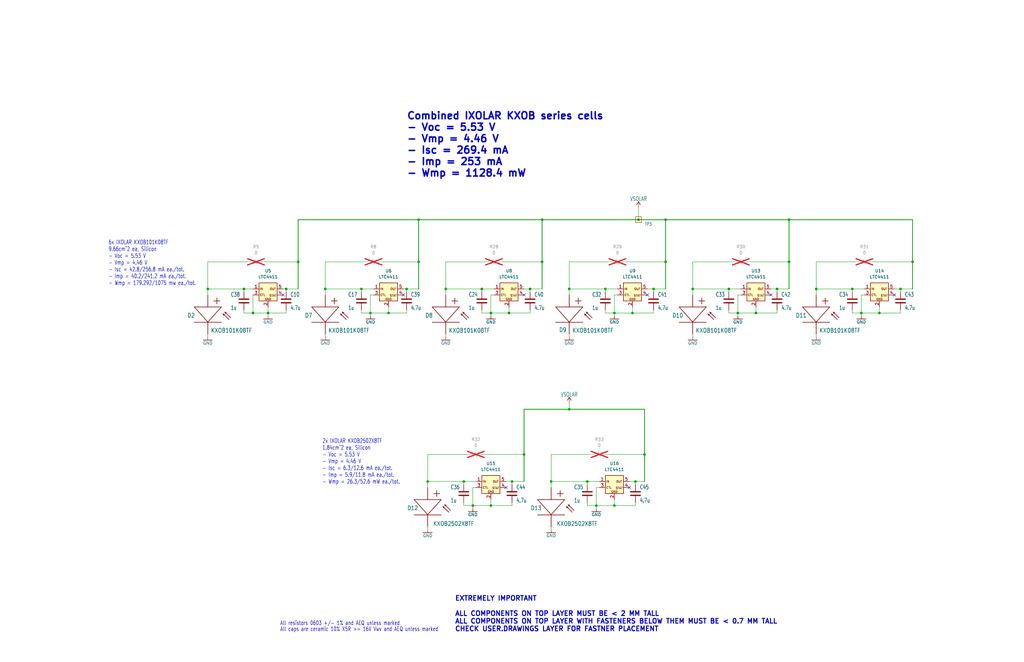
<source format=kicad_sch>
(kicad_sch (version 20250114) (generator "eeschema") (generator_version "9.0")
  (paper "USLedger")
  (title_block (title "OreSat Solar Module - Silicon Cells") (date "2025-09-16") (rev "1.1"))
  (lib_symbols
    (symbol "Device:C" (pin_numbers (hide yes)) (pin_names (offset 0.254))
      (property "Reference" "C" (at 0.635 2.54 0))
      (property "Value" "C" (at 0.635 -2.54 0))
      (symbol "C_0_1"
        (polyline (pts (xy -2.032 0.762) (xy 2.032 0.762)) (stroke (width 0.508)))
        (polyline (pts (xy -2.032 -0.762) (xy 2.032 -0.762)) (stroke (width 0.508)))
      )
      (symbol "C_1_1"
        (pin passive line (at 0 3.81 270) (length 2.794) (name "~") (number "1"))
        (pin passive line (at 0 -3.81 90) (length 2.794) (name "~") (number "2"))
      )
    )
    (symbol "Device:R_US" (pin_numbers (hide yes)) (pin_names (offset 0))
      (property "Reference" "R" (at 2.54 0 90))
      (property "Value" "R_US" (at -2.54 0 90))
      (symbol "R_US_0_1"
        (polyline (pts (xy 0 2.286) (xy 0 2.54)))
        (polyline (pts (xy 0 2.286) (xy 1.016 1.905) (xy 0 1.524) (xy -1.016 1.143) (xy 0 0.762)))
        (polyline (pts (xy 0 0.762) (xy 1.016 0.381) (xy 0 0) (xy -1.016 -0.381) (xy 0 -0.762)))
        (polyline (pts (xy 0 -0.762) (xy 1.016 -1.143) (xy 0 -1.524) (xy -1.016 -1.905) (xy 0 -2.286)))
        (polyline (pts (xy 0 -2.286) (xy 0 -2.54)))
      )
      (symbol "R_US_1_1"
        (pin passive line (at 0 3.81 270) (length 1.27) (name "~") (number "1"))
        (pin passive line (at 0 -3.81 90) (length 1.27) (name "~") (number "2"))
      )
    )
    (symbol "oresat-diodes:LTC4411"
      (property "Reference" "U" (at 0 7.874 0))
      (property "Value" "LTC4411" (at 0 5.334 0))
      (symbol "LTC4411_1_1"
        (rectangle (start -3.81 3.81) (end 3.81 -3.81) (stroke (width 0.25)) (fill (type background)))
        (text "IN" (at -2.794 1.27 0) (effects (font (size 0.8636 0.8636))))
        (text "CTL" (at -2.286 -1.27 0) (effects (font (size 0.8636 0.8636))))
        (text "GND" (at 0 -3.048 0) (effects (font (size 0.8636 0.8636))))
        (text "OUT" (at 2.032 1.27 0) (effects (font (size 0.8636 0.8636))))
        (text "STAT\n" (at 2.032 -1.524 0) (effects (font (size 0.8636 0.8636))))
        (pin power_in line (at -6.35 1.27 0) (length 2.54) (name "") (number "1"))
        (pin input line (at -6.35 -1.27 0) (length 2.54) (name "") (number "3"))
        (pin power_in line (at 0 -6.35 90) (length 2.54) (name "") (number "2"))
        (pin power_out line (at 6.35 1.27 180) (length 2.54) (name "") (number "5"))
        (pin output line (at 6.35 -1.27 180) (length 2.54) (name "") (number "4"))
      )
    )
    (symbol "oresat-misc:IXOLAR-KXOB101K08TF"
      (property "Reference" "D2" (at -8.636 -1.016 0))
      (property "Value" "KXOB101K08TF" (at 1.27 -7.366 0))
      (symbol "IXOLAR-KXOB101K08TF_1_0"
        (polyline (pts (xy -5.715 2.54) (xy 0 -3.81)) (stroke (width 0.254)))
        (polyline (pts (xy 0 2.54) (xy -5.715 2.54)) (stroke (width 0.254)))
        (polyline (pts (xy 0 2.54) (xy 0 7.62)) (stroke (width 0.254)))
        (polyline (pts (xy 0 -3.81) (xy 5.715 2.54)) (stroke (width 0.254)))
        (polyline (pts (xy 0 -6.35) (xy 0 -3.81)) (stroke (width 0.254)))
        (polyline (pts (xy 0 -8.89) (xy 0 -6.35)) (stroke (width 0.254)))
        (polyline (pts (xy 2.54 5.08) (xy 3.81 5.08)) (stroke (width 0.254)))
        (polyline (pts (xy 3.81 5.08) (xy 3.81 6.35)) (stroke (width 0.254)))
        (polyline (pts (xy 3.81 5.08) (xy 3.81 3.81)) (stroke (width 0.254)))
        (polyline (pts (xy 5.08 5.08) (xy 3.81 5.08)) (stroke (width 0.254)))
        (polyline (pts (xy 5.715 2.54) (xy 0 2.54)) (stroke (width 0.254)))
        (polyline (pts (xy 5.715 -3.937) (xy -5.715 -3.937)) (stroke (width 0.254)))
        (polyline (pts (xy 6.604 -0.508) (xy 8.89 -2.794)) (stroke (width 0.254)))
        (polyline (pts (xy 7.112 -0.508) (xy 6.604 -1.016) (xy 6.35 -0.254)) (stroke (width 0.1524)) (fill (type outline)))
        (polyline (pts (xy 7.366 0.254) (xy 9.652 -2.032)) (stroke (width 0.254)))
        (polyline (pts (xy 7.874 0.254) (xy 7.366 -0.254) (xy 7.112 0.508)) (stroke (width 0.1524)) (fill (type outline)))
        (pin power_out line (at 0 7.62 270) (length 0) (name "A1") (number "POS1"))
        (pin power_out line (at 0 -8.89 90) (length 0) (name "C2") (number "NEG2"))
      )
    )
    (symbol "oresat-misc:IXOLAR-KXOB2502X8TF"
      (property "Reference" "D12" (at -8.636 -1.016 0))
      (property "Value" "KXOB2502X8TF" (at 2.286 -7.62 0))
      (symbol "IXOLAR-KXOB2502X8TF_1_0"
        (polyline (pts (xy -5.715 2.54) (xy 0 -3.81)) (stroke (width 0.254)))
        (polyline (pts (xy 0 2.54) (xy -5.715 2.54)) (stroke (width 0.254)))
        (polyline (pts (xy 0 2.54) (xy 0 7.62)) (stroke (width 0.254)))
        (polyline (pts (xy 0 -3.81) (xy 5.715 2.54)) (stroke (width 0.254)))
        (polyline (pts (xy 0 -6.35) (xy 0 -3.81)) (stroke (width 0.254)))
        (polyline (pts (xy 0 -8.89) (xy 0 -6.35)) (stroke (width 0.254)))
        (polyline (pts (xy 2.54 5.08) (xy 3.81 5.08)) (stroke (width 0.254)))
        (polyline (pts (xy 3.81 5.08) (xy 3.81 6.35)) (stroke (width 0.254)))
        (polyline (pts (xy 3.81 5.08) (xy 3.81 3.81)) (stroke (width 0.254)))
        (polyline (pts (xy 5.08 5.08) (xy 3.81 5.08)) (stroke (width 0.254)))
        (polyline (pts (xy 5.715 2.54) (xy 0 2.54)) (stroke (width 0.254)))
        (polyline (pts (xy 5.715 -3.937) (xy -5.715 -3.937)) (stroke (width 0.254)))
        (polyline (pts (xy 6.604 -0.508) (xy 8.89 -2.794)) (stroke (width 0.254)))
        (polyline (pts (xy 7.112 -0.508) (xy 6.604 -1.016) (xy 6.35 -0.254)) (stroke (width 0.1524)) (fill (type outline)))
        (polyline (pts (xy 7.366 0.254) (xy 9.652 -2.032)) (stroke (width 0.254)))
        (polyline (pts (xy 7.874 0.254) (xy 7.366 -0.254) (xy 7.112 0.508)) (stroke (width 0.1524)) (fill (type outline)))
        (pin power_out line (at 0 7.62 270) (length 0) (name "A1") (number "POS1"))
        (pin power_out line (at 0 -8.89 90) (length 0) (name "C2") (number "NEG2"))
      )
    )
    (symbol "oresat-misc:Test-Point-0.75mm-th" (exclude_from_sim yes) (in_bom no)
      (property "Reference" "TP" (at 0 2.54 0))
      (symbol "Test-Point-0.75mm-th_1_0"
        (pin passive line (at 0 0 0) (length 0) (name "1") (number "1"))
      )
      (symbol "Test-Point-0.75mm-th_1_1"
        (rectangle (start -1.27 1.27) (end 1.27 -1.27) (fill (type background)))
      )
    )
    (symbol "oresat-power:GND" (power) (pin_numbers (hide yes)) (pin_names (offset 0) (hide yes))
      (property "Value" "GND" (at 0 -2.54 0))
      (symbol "GND_1_1"
        (polyline (pts (xy 0 -1.27) (xy -1.905 -1.27)) (stroke (width 0.254)))
        (polyline (pts (xy 0 -1.27) (xy 1.905 -1.27)) (stroke (width 0.254)))
        (pin power_in line (at 0 0 270) (length 1.27) (name "GND") (number "1"))
      )
    )
    (symbol "oresat-power:VSOLAR" (power)
      (property "Value" "VSOLAR" (at 0 2.794 0))
      (symbol "VSOLAR_1_0"
        (polyline (pts (xy 0 2.54) (xy -0.762 1.27)) (stroke (width 0.254)))
        (polyline (pts (xy 0.762 1.27) (xy 0 2.54)) (stroke (width 0.254)))
        (pin power_in line (at 0 0 90) (length 2.54) (name "VSOLAR") (number "1"))
      )
    )
  )
  (text "All resistors 0603 +/- 1% and AEQ unless marked" (at 118.11 264.16 0) (effects (font (size 1.778 1.27)) (justify left bottom)))
  (text "Combined IXOLAR KXOB series cells\n- Voc = 5.53 V\n- Vmp = 4.46 V\n- Isc = 269.4 mA\n- Imp = 253 mA\n- Wmp = 1128.4 mW" (at 171.45 74.93 0) (effects (font (size 3 3) (thickness 0.6) (bold yes)) (justify left bottom)))
  (text "2x IXOLAR KXOB2502X8TF\n1.84cm^2 ea, Silicon\n- Voc = 5.53 V\n- Vmp = 4.46 V\n- Isc = 6.3/12.6 mA ea./tot.\n- Imp = 5.9/11.8 mA ea./tot.\n- Wmp = 26.3/52.6 mW ea./tot." (at 135.89 204.47 0) (effects (font (size 1.778 1.27)) (justify left bottom)))
  (text "EXTREMELY IMPORTANT\n\nALL COMPONENTS ON TOP LAYER MUST BE < 2 MM TALL\nALL COMPONENTS ON TOP LAYER WITH FASTENERS BELOW THEM MUST BE < 0.7 MM TALL\nCHECK USER.DRAWINGS LAYER FOR FASTNER PLACEMENT\n" (at 191.77 266.7 0) (effects (font (size 2 2) (thickness 0.4) (bold yes)) (justify left bottom)))
  (text "6x IXOLAR KXOB101K08TF\n9.66cm^2 ea, Silicon\n- Voc = 5.53 V\n- Vmp = 4.46 V\n- Isc = 42.8/256.8 mA ea./tot.\n- Imp = 40.2/241.2 mA ea./tot.\n- Wmp = 179.292/1075 mw ea./tot." (at 45.72 120.65 0) (effects (font (size 1.778 1.27)) (justify left bottom)))
  (text "All caps are ceramic 10% X5R >= 16V Vwv and AEQ unless marked" (at 118.11 266.7 0) (effects (font (size 1.778 1.27)) (justify left bottom)))
  (junction (at 207.01 132.08))
  (junction (at 156.21 132.08))
  (junction (at 171.45 121.92))
  (junction (at 384.81 110.49))
  (junction (at 163.83 132.08))
  (junction (at 87.63 121.92))
  (junction (at 176.53 110.49))
  (junction (at 232.41 203.2))
  (junction (at 267.97 203.2))
  (junction (at 359.41 121.92))
  (junction (at 332.74 110.49))
  (junction (at 251.46 213.36))
  (junction (at 379.73 121.92))
  (junction (at 255.27 121.92))
  (junction (at 102.87 121.92))
  (junction (at 137.16 121.92))
  (junction (at 215.9 203.2))
  (junction (at 240.03 172.72))
  (junction (at 113.03 132.08))
  (junction (at 280.67 92.71))
  (junction (at 203.2 121.92))
  (junction (at 214.63 132.08))
  (junction (at 125.73 110.49))
  (junction (at 195.58 203.2))
  (junction (at 344.17 121.92))
  (junction (at 292.1 121.92))
  (junction (at 307.34 121.92))
  (junction (at 259.08 213.36))
  (junction (at 275.59 121.92))
  (junction (at 228.6 92.71))
  (junction (at 271.78 191.77))
  (junction (at 240.03 121.92))
  (junction (at 220.98 191.77))
  (junction (at 259.08 132.08))
  (junction (at 332.74 92.71))
  (junction (at 311.15 132.08))
  (junction (at 318.77 132.08))
  (junction (at 370.84 132.08))
  (junction (at 207.01 213.36))
  (junction (at 176.53 92.71))
  (junction (at 187.96 121.92))
  (junction (at 280.67 110.49))
  (junction (at 199.39 213.36))
  (junction (at 152.4 121.92))
  (junction (at 223.52 121.92))
  (junction (at 327.66 121.92))
  (junction (at 363.22 132.08))
  (junction (at 120.65 121.92))
  (junction (at 106.68 132.08))
  (junction (at 269.24 92.71))
  (junction (at 180.34 203.2))
  (junction (at 266.7 132.08))
  (junction (at 228.6 110.49))
  (junction (at 247.65 203.2))
  (no_connect (at 325.12 124.46))
  (no_connect (at 119.38 124.46))
  (no_connect (at 265.43 205.74))
  (no_connect (at 170.18 124.46))
  (no_connect (at 377.19 124.46))
  (no_connect (at 273.05 124.46))
  (no_connect (at 213.36 205.74))
  (no_connect (at 220.98 124.46))
  (wire (pts (xy 280.67 92.71) (xy 332.74 92.71)) (stroke (width 0.3048)))
  (wire (pts (xy 113.03 129.54) (xy 113.03 132.08)))
  (wire (pts (xy 223.52 121.92) (xy 228.6 121.92)))
  (wire (pts (xy 104.14 110.49) (xy 87.63 110.49)))
  (wire (pts (xy 275.59 121.92) (xy 280.67 121.92)))
  (wire (pts (xy 316.23 110.49) (xy 332.74 110.49)))
  (wire (pts (xy 265.43 203.2) (xy 267.97 203.2)))
  (wire (pts (xy 152.4 132.08) (xy 152.4 130.81)))
  (wire (pts (xy 212.09 110.49) (xy 228.6 110.49)))
  (wire (pts (xy 113.03 132.08) (xy 120.65 132.08)))
  (wire (pts (xy 247.65 213.36) (xy 251.46 213.36)))
  (wire (pts (xy 307.34 121.92) (xy 312.42 121.92)))
  (wire (pts (xy 368.3 110.49) (xy 384.81 110.49)))
  (wire (pts (xy 215.9 203.2) (xy 220.98 203.2)))
  (wire (pts (xy 318.77 129.54) (xy 318.77 132.08)))
  (wire (pts (xy 232.41 222.25) (xy 232.41 223.52)))
  (wire (pts (xy 240.03 124.46) (xy 240.03 121.92)))
  (wire (pts (xy 106.68 124.46) (xy 106.68 132.08)))
  (wire (pts (xy 163.83 132.08) (xy 163.83 129.54)))
  (wire (pts (xy 384.81 110.49) (xy 384.81 121.92)) (stroke (width 0.3048)))
  (wire (pts (xy 228.6 110.49) (xy 228.6 121.92)) (stroke (width 0.3048)))
  (wire (pts (xy 137.16 110.49) (xy 137.16 121.92)))
  (wire (pts (xy 171.45 121.92) (xy 176.53 121.92)))
  (wire (pts (xy 203.2 132.08) (xy 207.01 132.08)))
  (wire (pts (xy 379.73 121.92) (xy 384.81 121.92)))
  (wire (pts (xy 360.68 110.49) (xy 344.17 110.49)))
  (wire (pts (xy 102.87 130.81) (xy 102.87 132.08)))
  (wire (pts (xy 102.87 121.92) (xy 106.68 121.92)))
  (wire (pts (xy 156.21 124.46) (xy 156.21 132.08)))
  (wire (pts (xy 344.17 121.92) (xy 359.41 121.92)))
  (wire (pts (xy 251.46 205.74) (xy 251.46 213.36)))
  (wire (pts (xy 125.73 92.71) (xy 176.53 92.71)) (stroke (width 0.3048)))
  (wire (pts (xy 87.63 140.97) (xy 87.63 142.24)))
  (wire (pts (xy 379.73 132.08) (xy 379.73 130.81)))
  (wire (pts (xy 180.34 203.2) (xy 195.58 203.2)))
  (wire (pts (xy 171.45 121.92) (xy 171.45 123.19)))
  (wire (pts (xy 87.63 110.49) (xy 87.63 121.92)))
  (wire (pts (xy 344.17 124.46) (xy 344.17 121.92)))
  (wire (pts (xy 307.34 132.08) (xy 307.34 130.81)))
  (wire (pts (xy 266.7 132.08) (xy 275.59 132.08)))
  (wire (pts (xy 207.01 124.46) (xy 207.01 132.08)))
  (wire (pts (xy 220.98 172.72) (xy 240.03 172.72)) (stroke (width 0.3048)))
  (wire (pts (xy 111.76 110.49) (xy 125.73 110.49)))
  (wire (pts (xy 252.73 205.74) (xy 251.46 205.74)))
  (wire (pts (xy 176.53 121.92) (xy 176.53 110.49)) (stroke (width 0.3048)))
  (wire (pts (xy 106.68 132.08) (xy 113.03 132.08)))
  (wire (pts (xy 247.65 203.2) (xy 247.65 204.47)))
  (wire (pts (xy 256.54 110.49) (xy 240.03 110.49)))
  (wire (pts (xy 364.49 124.46) (xy 363.22 124.46)))
  (wire (pts (xy 207.01 132.08) (xy 214.63 132.08)))
  (wire (pts (xy 203.2 121.92) (xy 203.2 123.19)))
  (wire (pts (xy 220.98 121.92) (xy 223.52 121.92)))
  (wire (pts (xy 195.58 203.2) (xy 195.58 204.47)))
  (wire (pts (xy 232.41 205.74) (xy 232.41 203.2)))
  (wire (pts (xy 363.22 132.08) (xy 363.22 133.35)))
  (wire (pts (xy 259.08 132.08) (xy 266.7 132.08)))
  (wire (pts (xy 377.19 121.92) (xy 379.73 121.92)))
  (wire (pts (xy 156.21 132.08) (xy 163.83 132.08)))
  (wire (pts (xy 171.45 130.81) (xy 171.45 132.08)))
  (wire (pts (xy 332.74 92.71) (xy 384.81 92.71)) (stroke (width 0.3048)))
  (wire (pts (xy 307.34 132.08) (xy 311.15 132.08)))
  (wire (pts (xy 312.42 124.46) (xy 311.15 124.46)))
  (wire (pts (xy 308.61 110.49) (xy 292.1 110.49)))
  (wire (pts (xy 259.08 213.36) (xy 267.97 213.36)))
  (wire (pts (xy 203.2 121.92) (xy 208.28 121.92)))
  (wire (pts (xy 379.73 121.92) (xy 379.73 123.19)))
  (wire (pts (xy 203.2 132.08) (xy 203.2 130.81)))
  (wire (pts (xy 370.84 129.54) (xy 370.84 132.08)))
  (wire (pts (xy 187.96 121.92) (xy 203.2 121.92)))
  (wire (pts (xy 359.41 121.92) (xy 364.49 121.92)))
  (wire (pts (xy 120.65 132.08) (xy 120.65 130.81)))
  (wire (pts (xy 267.97 203.2) (xy 271.78 203.2)))
  (wire (pts (xy 223.52 121.92) (xy 223.52 123.19)))
  (wire (pts (xy 220.98 191.77) (xy 220.98 172.72)) (stroke (width 0.3048)))
  (wire (pts (xy 240.03 110.49) (xy 240.03 121.92)))
  (wire (pts (xy 199.39 213.36) (xy 199.39 214.63)))
  (wire (pts (xy 363.22 124.46) (xy 363.22 132.08)))
  (wire (pts (xy 102.87 121.92) (xy 102.87 123.19)))
  (wire (pts (xy 180.34 205.74) (xy 180.34 203.2)))
  (wire (pts (xy 102.87 132.08) (xy 106.68 132.08)))
  (wire (pts (xy 240.03 121.92) (xy 255.27 121.92)))
  (wire (pts (xy 332.74 110.49) (xy 332.74 92.71)) (stroke (width 0.3048)))
  (wire (pts (xy 269.24 92.71) (xy 269.24 87.63)) (stroke (width 0.1524)))
  (wire (pts (xy 137.16 124.46) (xy 137.16 121.92)))
  (wire (pts (xy 280.67 110.49) (xy 280.67 121.92)) (stroke (width 0.3048)))
  (wire (pts (xy 271.78 203.2) (xy 271.78 191.77)) (stroke (width 0.3048)))
  (wire (pts (xy 125.73 92.71) (xy 125.73 110.49)) (stroke (width 0.3048)))
  (wire (pts (xy 176.53 110.49) (xy 176.53 92.71)) (stroke (width 0.3048)))
  (wire (pts (xy 204.47 191.77) (xy 220.98 191.77)))
  (wire (pts (xy 232.41 203.2) (xy 247.65 203.2)))
  (wire (pts (xy 195.58 213.36) (xy 199.39 213.36)))
  (wire (pts (xy 271.78 191.77) (xy 271.78 172.72)) (stroke (width 0.3048)))
  (wire (pts (xy 280.67 92.71) (xy 280.67 110.49)) (stroke (width 0.3048)))
  (wire (pts (xy 199.39 205.74) (xy 199.39 213.36)))
  (wire (pts (xy 251.46 213.36) (xy 259.08 213.36)))
  (wire (pts (xy 344.17 140.97) (xy 344.17 142.24)))
  (wire (pts (xy 363.22 132.08) (xy 370.84 132.08)))
  (wire (pts (xy 311.15 124.46) (xy 311.15 132.08)))
  (wire (pts (xy 137.16 140.97) (xy 137.16 142.24)))
  (wire (pts (xy 152.4 121.92) (xy 152.4 123.19)))
  (wire (pts (xy 359.41 132.08) (xy 359.41 130.81)))
  (wire (pts (xy 195.58 213.36) (xy 195.58 212.09)))
  (wire (pts (xy 292.1 140.97) (xy 292.1 142.24)))
  (wire (pts (xy 87.63 121.92) (xy 102.87 121.92)))
  (wire (pts (xy 332.74 121.92) (xy 332.74 110.49)) (stroke (width 0.3048)))
  (wire (pts (xy 240.03 172.72) (xy 271.78 172.72)) (stroke (width 0.3048)))
  (wire (pts (xy 187.96 110.49) (xy 187.96 121.92)))
  (wire (pts (xy 292.1 110.49) (xy 292.1 121.92)))
  (wire (pts (xy 259.08 132.08) (xy 259.08 133.35)))
  (wire (pts (xy 215.9 203.2) (xy 215.9 204.47)))
  (wire (pts (xy 152.4 121.92) (xy 157.48 121.92)))
  (wire (pts (xy 137.16 121.92) (xy 152.4 121.92)))
  (wire (pts (xy 215.9 212.09) (xy 215.9 213.36)))
  (wire (pts (xy 120.65 123.19) (xy 120.65 121.92)))
  (wire (pts (xy 248.92 191.77) (xy 232.41 191.77)))
  (wire (pts (xy 157.48 124.46) (xy 156.21 124.46)))
  (wire (pts (xy 152.4 132.08) (xy 156.21 132.08)))
  (wire (pts (xy 275.59 132.08) (xy 275.59 130.81)))
  (wire (pts (xy 232.41 191.77) (xy 232.41 203.2)))
  (wire (pts (xy 269.24 92.71) (xy 280.67 92.71)) (stroke (width 0.3048)))
  (wire (pts (xy 247.65 213.36) (xy 247.65 212.09)))
  (wire (pts (xy 153.67 110.49) (xy 137.16 110.49)))
  (wire (pts (xy 200.66 205.74) (xy 199.39 205.74)))
  (wire (pts (xy 213.36 203.2) (xy 215.9 203.2)))
  (wire (pts (xy 223.52 132.08) (xy 223.52 130.81)))
  (wire (pts (xy 187.96 124.46) (xy 187.96 121.92)))
  (wire (pts (xy 207.01 132.08) (xy 207.01 133.35)))
  (wire (pts (xy 125.73 110.49) (xy 125.73 121.92)) (stroke (width 0.3048)))
  (wire (pts (xy 267.97 203.2) (xy 267.97 204.47)))
  (wire (pts (xy 247.65 203.2) (xy 252.73 203.2)))
  (wire (pts (xy 195.58 203.2) (xy 200.66 203.2)))
  (wire (pts (xy 259.08 124.46) (xy 259.08 132.08)))
  (wire (pts (xy 207.01 213.36) (xy 215.9 213.36)))
  (wire (pts (xy 208.28 124.46) (xy 207.01 124.46)))
  (wire (pts (xy 207.01 213.36) (xy 207.01 210.82)))
  (wire (pts (xy 220.98 203.2) (xy 220.98 191.77)) (stroke (width 0.3048)))
  (wire (pts (xy 120.65 121.92) (xy 125.73 121.92)))
  (wire (pts (xy 176.53 92.71) (xy 228.6 92.71)) (stroke (width 0.3048)))
  (wire (pts (xy 196.85 191.77) (xy 180.34 191.77)))
  (wire (pts (xy 260.35 124.46) (xy 259.08 124.46)))
  (wire (pts (xy 256.54 191.77) (xy 271.78 191.77)))
  (wire (pts (xy 311.15 132.08) (xy 311.15 133.35)))
  (wire (pts (xy 292.1 124.46) (xy 292.1 121.92)))
  (wire (pts (xy 214.63 132.08) (xy 223.52 132.08)))
  (wire (pts (xy 255.27 132.08) (xy 255.27 130.81)))
  (wire (pts (xy 384.81 92.71) (xy 384.81 110.49)) (stroke (width 0.3048)))
  (wire (pts (xy 240.03 170.18) (xy 240.03 172.72)))
  (wire (pts (xy 199.39 213.36) (xy 207.01 213.36)))
  (wire (pts (xy 273.05 121.92) (xy 275.59 121.92)))
  (wire (pts (xy 259.08 210.82) (xy 259.08 213.36)))
  (wire (pts (xy 359.41 132.08) (xy 363.22 132.08)))
  (wire (pts (xy 370.84 132.08) (xy 379.73 132.08)))
  (wire (pts (xy 255.27 132.08) (xy 259.08 132.08)))
  (wire (pts (xy 113.03 132.08) (xy 113.03 133.35)))
  (wire (pts (xy 275.59 121.92) (xy 275.59 123.19)))
  (wire (pts (xy 266.7 129.54) (xy 266.7 132.08)))
  (wire (pts (xy 255.27 121.92) (xy 260.35 121.92)))
  (wire (pts (xy 180.34 222.25) (xy 180.34 223.52)))
  (wire (pts (xy 311.15 132.08) (xy 318.77 132.08)))
  (wire (pts (xy 180.34 191.77) (xy 180.34 203.2)))
  (wire (pts (xy 240.03 140.97) (xy 240.03 142.24)))
  (wire (pts (xy 318.77 132.08) (xy 327.66 132.08)))
  (wire (pts (xy 228.6 92.71) (xy 228.6 110.49)) (stroke (width 0.3048)))
  (wire (pts (xy 307.34 121.92) (xy 307.34 123.19)))
  (wire (pts (xy 359.41 121.92) (xy 359.41 123.19)))
  (wire (pts (xy 161.29 110.49) (xy 176.53 110.49)))
  (wire (pts (xy 228.6 92.71) (xy 269.24 92.71)) (stroke (width 0.3048)))
  (wire (pts (xy 264.16 110.49) (xy 280.67 110.49)))
  (wire (pts (xy 204.47 110.49) (xy 187.96 110.49)))
  (wire (pts (xy 156.21 132.08) (xy 156.21 133.35)))
  (wire (pts (xy 344.17 110.49) (xy 344.17 121.92)))
  (wire (pts (xy 187.96 140.97) (xy 187.96 142.24)))
  (wire (pts (xy 292.1 121.92) (xy 307.34 121.92)))
  (wire (pts (xy 170.18 121.92) (xy 171.45 121.92)))
  (wire (pts (xy 327.66 121.92) (xy 332.74 121.92)))
  (wire (pts (xy 163.83 132.08) (xy 171.45 132.08)))
  (wire (pts (xy 327.66 121.92) (xy 327.66 123.19)))
  (wire (pts (xy 251.46 213.36) (xy 251.46 214.63)))
  (wire (pts (xy 119.38 121.92) (xy 120.65 121.92)))
  (wire (pts (xy 214.63 129.54) (xy 214.63 132.08)))
  (wire (pts (xy 87.63 124.46) (xy 87.63 121.92)))
  (wire (pts (xy 267.97 213.36) (xy 267.97 212.09)))
  (wire (pts (xy 327.66 132.08) (xy 327.66 130.81)))
  (wire (pts (xy 255.27 121.92) (xy 255.27 123.19)))
  (wire (pts (xy 325.12 121.92) (xy 327.66 121.92)))
  (symbol (lib_id "oresat-diodes:LTC4411") (at 266.7 123.19 0) (unit 1)
    (property "Reference" "U9" (at 266.7 114.3 0))
    (property "Value" "LTC4411" (at 266.7 116.84 0))
    (property "Footprint" "Package_TO_SOT_SMD:TSOT-23-5" (effects (hide yes)))
    (property "Datasheet" "https://www.analog.com/media/en/technical-documentation/data-sheets/4411fa.pdf" (effects (hide yes)))
    (property "Description" "2.6A Ideal Diode, SOT23-5" (effects (hide yes)))
    (property "DIS" "Digi-Key" (effects (hide yes)))
    (property "DPN" "505-LTC4411ES5#TRMPBFTR-ND" (effects (hide yes)))
    (property "MFR" "Analog Devices" (effects (hide yes)))
    (property "MPN" "LTC4411ES5#TRMPBF" (effects (hide yes)))
  )
  (symbol (lib_id "Device:C") (at 102.87 127 0) (unit 1)
    (property "Reference" "C38" (at 97.282 125.222 0) (effects (font (size 1.778 1.27)) (justify left bottom)))
    (property "Value" "1u" (at 97.282 130.81 0) (effects (font (size 1.778 1.27)) (justify left bottom)))
    (property "Footprint" "oresat-passives:0603-C-NOSILK" (effects (hide yes)))
    (property "Description" "1µF ±10% 25V Ceramic Capacitor X5R 0603 (1608 Metric)" (effects (hide yes)))
    (property "DIS" "Digi-Key" (effects (hide yes)))
    (property "DPN" "587-3473-1-ND" (effects (hide yes)))
    (property "MFR" "Taiyo Yuden" (effects (hide yes)))
    (property "MPN" "TMK107BJ105KAHT" (effects (hide yes)))
  )
  (symbol (lib_id "oresat-power:GND") (at 156.21 133.35 0) (unit 1)
    (property "Reference" "#PWR04" (effects (hide yes)))
    (property "Value" "GND" (at 156.21 135.89 0))
    (property "Description" "Power symbol creates a global label with name \"GND\" , ground" (effects (hide yes)))
  )
  (symbol (lib_id "Device:R_US") (at 364.49 110.49 90) (unit 1) (dnp yes)
    (property "Reference" "R31" (at 364.49 104.14 90))
    (property "Value" "0" (at 364.49 106.68 90))
    (property "Footprint" "oresat-passives:0603-C-NOSILK" (effects (hide yes)))
    (property "Description" "0 Ohms Jumper Chip Resistor 0603 (1608 Metric) Automotive AEC-Q200 Thick Film" (effects (hide yes)))
    (property "DPN" "P0.0GTR-ND" (effects (hide yes)))
    (property "MFR" "Panasonic" (effects (hide yes)))
    (property "MPN" "ERJ-3GEY0R00V" (effects (hide yes)))
  )
  (symbol (lib_id "oresat-power:GND") (at 199.39 214.63 0) (unit 1)
    (property "Reference" "#PWR014" (effects (hide yes)))
    (property "Value" "GND" (at 199.39 217.17 0))
    (property "Description" "Power symbol creates a global label with name \"GND\" , ground" (effects (hide yes)))
  )
  (symbol (lib_id "Device:R_US") (at 260.35 110.49 90) (unit 1) (dnp yes)
    (property "Reference" "R29" (at 260.35 104.14 90))
    (property "Value" "0" (at 260.35 106.68 90))
    (property "Footprint" "oresat-passives:0603-C-NOSILK" (effects (hide yes)))
    (property "Description" "0 Ohms Jumper Chip Resistor 0603 (1608 Metric) Automotive AEC-Q200 Thick Film" (effects (hide yes)))
    (property "DPN" "P0.0GTR-ND" (effects (hide yes)))
    (property "MFR" "Panasonic" (effects (hide yes)))
    (property "MPN" "ERJ-3GEY0R00V" (effects (hide yes)))
  )
  (symbol (lib_id "oresat-power:GND") (at 292.1 142.24 0) (unit 1)
    (property "Reference" "#PWR09" (effects (hide yes)))
    (property "Value" "GND" (at 292.1 144.78 0))
    (property "Description" "Power symbol creates a global label with name \"GND\" , ground" (effects (hide yes)))
  )
  (symbol (lib_id "oresat-diodes:LTC4411") (at 214.63 123.19 0) (unit 1)
    (property "Reference" "U8" (at 214.63 114.3 0))
    (property "Value" "LTC4411" (at 214.63 116.84 0))
    (property "Footprint" "Package_TO_SOT_SMD:TSOT-23-5" (effects (hide yes)))
    (property "Datasheet" "https://www.analog.com/media/en/technical-documentation/data-sheets/4411fa.pdf" (effects (hide yes)))
    (property "Description" "2.6A Ideal Diode, SOT23-5" (effects (hide yes)))
    (property "DIS" "Digi-Key" (effects (hide yes)))
    (property "DPN" "505-LTC4411ES5#TRMPBFTR-ND" (effects (hide yes)))
    (property "MFR" "Analog Devices" (effects (hide yes)))
    (property "MPN" "LTC4411ES5#TRMPBF" (effects (hide yes)))
  )
  (symbol (lib_id "oresat-power:VSOLAR") (at 269.24 87.63 0) (unit 1)
    (property "Reference" "#VSOLAR01" (effects (hide yes)))
    (property "Value" "VSOLAR" (at 269.24 84.836 0) (effects (font (size 1.778 1.27)) (justify bottom)))
  )
  (symbol (lib_id "Device:C") (at 255.27 127 0) (unit 1)
    (property "Reference" "C32" (at 249.682 125.222 0) (effects (font (size 1.778 1.27)) (justify left bottom)))
    (property "Value" "1u" (at 249.682 130.81 0) (effects (font (size 1.778 1.27)) (justify left bottom)))
    (property "Footprint" "oresat-passives:0603-C-NOSILK" (effects (hide yes)))
    (property "Description" "1µF ±10% 25V Ceramic Capacitor X5R 0603 (1608 Metric)" (effects (hide yes)))
    (property "DIS" "Digi-Key" (effects (hide yes)))
    (property "DPN" "587-3473-1-ND" (effects (hide yes)))
    (property "MFR" "Taiyo Yuden" (effects (hide yes)))
    (property "MPN" "TMK107BJ105KAHT" (effects (hide yes)))
  )
  (symbol (lib_id "Device:R_US") (at 200.66 191.77 90) (unit 1) (dnp yes)
    (property "Reference" "R32" (at 200.66 185.42 90))
    (property "Value" "0" (at 200.66 187.96 90))
    (property "Footprint" "oresat-passives:0603-C-NOSILK" (effects (hide yes)))
    (property "Description" "0 Ohms Jumper Chip Resistor 0603 (1608 Metric) Automotive AEC-Q200 Thick Film" (effects (hide yes)))
    (property "DPN" "P0.0GTR-ND" (effects (hide yes)))
    (property "MFR" "Panasonic" (effects (hide yes)))
    (property "MPN" "ERJ-3GEY0R00V" (effects (hide yes)))
  )
  (symbol (lib_id "Device:C") (at 152.4 127 0) (unit 1)
    (property "Reference" "C17" (at 146.812 125.222 0) (effects (font (size 1.778 1.27)) (justify left bottom)))
    (property "Value" "1u" (at 146.812 130.81 0) (effects (font (size 1.778 1.27)) (justify left bottom)))
    (property "Footprint" "oresat-passives:0603-C-NOSILK" (effects (hide yes)))
    (property "Description" "1µF ±10% 25V Ceramic Capacitor X5R 0603 (1608 Metric)" (effects (hide yes)))
    (property "DIS" "Digi-Key" (effects (hide yes)))
    (property "DPN" "587-3473-1-ND" (effects (hide yes)))
    (property "MFR" "Taiyo Yuden" (effects (hide yes)))
    (property "MPN" "TMK107BJ105KAHT" (effects (hide yes)))
  )
  (symbol (lib_id "oresat-misc:IXOLAR-KXOB101K08TF") (at 137.16 132.08 0) (unit 1)
    (property "Reference" "D7" (at 128.524 133.096 0) (effects (font (size 1.778 1.5113)) (justify left)))
    (property "Value" "KXOB101K08TF" (at 138.43 139.446 0) (effects (font (size 1.778 1.5113)) (justify left)))
    (property "Footprint" "oresat-misc:KXOB101K08TF" (effects (hide yes)))
    (property "Datasheet" "https://waf-e.dubudisk.com/anysolar.dubuplus.com/techsupport@anysolar.biz/O18Azed/DubuDisk/www/Gen3/KXOB101K08TF%20DATA%20SHEET%2020210127.pdf" (effects (hide yes)))
    (property "Description" "Monocrystalline Solar Cell 179.6 mW 5.53 V" (effects (hide yes)))
    (property "DIS" "Digi-Key" (effects (hide yes)))
    (property "DPN" "2994-KXOB101K08TF-TR-ND" (effects (hide yes)))
    (property "MFR" "Anysolar" (effects (hide yes)))
    (property "MPN" "KXOB101K08TF-TR" (effects (hide yes)))
  )
  (symbol (lib_id "Device:C") (at 307.34 127 0) (unit 1)
    (property "Reference" "C33" (at 301.752 125.222 0) (effects (font (size 1.778 1.27)) (justify left bottom)))
    (property "Value" "1u" (at 301.752 130.81 0) (effects (font (size 1.778 1.27)) (justify left bottom)))
    (property "Footprint" "oresat-passives:0603-C-NOSILK" (effects (hide yes)))
    (property "Description" "1µF ±10% 25V Ceramic Capacitor X5R 0603 (1608 Metric)" (effects (hide yes)))
    (property "DIS" "Digi-Key" (effects (hide yes)))
    (property "DPN" "587-3473-1-ND" (effects (hide yes)))
    (property "MFR" "Taiyo Yuden" (effects (hide yes)))
    (property "MPN" "TMK107BJ105KAHT" (effects (hide yes)))
  )
  (symbol (lib_id "oresat-misc:IXOLAR-KXOB101K08TF") (at 240.03 132.08 0) (unit 1)
    (property "Reference" "D9" (at 235.712 139.192 0) (effects (font (size 1.778 1.5113)) (justify left)))
    (property "Value" "KXOB101K08TF" (at 241.3 139.446 0) (effects (font (size 1.778 1.5113)) (justify left)))
    (property "Footprint" "oresat-misc:KXOB101K08TF" (effects (hide yes)))
    (property "Datasheet" "https://waf-e.dubudisk.com/anysolar.dubuplus.com/techsupport@anysolar.biz/O18Azed/DubuDisk/www/Gen3/KXOB101K08TF%20DATA%20SHEET%2020210127.pdf" (effects (hide yes)))
    (property "Description" "Monocrystalline Solar Cell 179.6 mW 5.53 V" (effects (hide yes)))
    (property "DIS" "Digi-Key" (effects (hide yes)))
    (property "DPN" "2994-KXOB101K08TF-TR-ND" (effects (hide yes)))
    (property "MFR" "Anysolar" (effects (hide yes)))
    (property "MPN" "KXOB101K08TF-TR" (effects (hide yes)))
  )
  (symbol (lib_id "oresat-power:GND") (at 180.34 223.52 0) (unit 1)
    (property "Reference" "#PWR013" (effects (hide yes)))
    (property "Value" "GND" (at 180.34 226.06 0))
    (property "Description" "Power symbol creates a global label with name \"GND\" , ground" (effects (hide yes)))
  )
  (symbol (lib_id "oresat-misc:IXOLAR-KXOB101K08TF") (at 292.1 132.08 0) (unit 1)
    (property "Reference" "D10" (at 283.464 133.096 0) (effects (font (size 1.778 1.5113)) (justify left)))
    (property "Value" "KXOB101K08TF" (at 293.37 139.446 0) (effects (font (size 1.778 1.5113)) (justify left)))
    (property "Footprint" "oresat-misc:KXOB101K08TF" (effects (hide yes)))
    (property "Datasheet" "https://waf-e.dubudisk.com/anysolar.dubuplus.com/techsupport@anysolar.biz/O18Azed/DubuDisk/www/Gen3/KXOB101K08TF%20DATA%20SHEET%2020210127.pdf" (effects (hide yes)))
    (property "Description" "Monocrystalline Solar Cell 179.6 mW 5.53 V" (effects (hide yes)))
    (property "DIS" "Digi-Key" (effects (hide yes)))
    (property "DPN" "2994-KXOB101K08TF-TR-ND" (effects (hide yes)))
    (property "MFR" "Anysolar" (effects (hide yes)))
    (property "MPN" "KXOB101K08TF-TR" (effects (hide yes)))
  )
  (symbol (lib_id "oresat-misc:IXOLAR-KXOB2502X8TF") (at 232.41 213.36 0) (unit 1)
    (property "Reference" "D13" (at 223.774 214.376 0) (effects (font (size 1.778 1.5113)) (justify left)))
    (property "Value" "KXOB2502X8TF" (at 234.696 220.98 0) (effects (font (size 1.778 1.5113)) (justify left)))
    (property "Footprint" "oresat-misc:KXOB2502X8TF" (effects (hide yes)))
    (property "Datasheet" "https://waf-e.dubudisk.com/anysolar.dubuplus.com/techsupport@anysolar.biz/O18Atf8/DubuDisk/www/Gen3/KXOB25-02X8TF%20DATA%20SHEET%20202012.pdf" (effects (hide yes)))
    (property "Description" "Monocrystalline Silicon Solar Cell 26.3 mW 5.53 V thin" (effects (hide yes)))
    (property "DIS" "Digi-Key" (effects (hide yes)))
    (property "DPN" "KXOB25-02X8TF-TR" (effects (hide yes)))
    (property "MFR" "Anysolar" (effects (hide yes)))
    (property "MPN" "KXOB25-02X8TF-TR" (effects (hide yes)))
  )
  (symbol (lib_id "Device:C") (at 267.97 208.28 0) (unit 1)
    (property "Reference" "C45" (at 269.748 206.502 0) (effects (font (size 1.778 1.27)) (justify left bottom)))
    (property "Value" "4.7u" (at 269.748 212.09 0) (effects (font (size 1.778 1.27)) (justify left bottom)))
    (property "Footprint" "oresat-passives:0603-C-NOSILK" (effects (hide yes)))
    (property "Description" "4.7µF ±10% 16V Ceramic Capacitor X5R 0603 (1608 Metric)" (effects (hide yes)))
    (property "DIS" "Digi-Key" (effects (hide yes)))
    (property "DPN" "1276-1784-1-ND" (effects (hide yes)))
    (property "MFR" "Samsung Electro-Mechanics" (effects (hide yes)))
    (property "MPN" "CL10A475KO8NNNC" (effects (hide yes)))
  )
  (symbol (lib_id "Device:C") (at 327.66 127 0) (unit 1)
    (property "Reference" "C42" (at 329.438 125.222 0) (effects (font (size 1.778 1.27)) (justify left bottom)))
    (property "Value" "4.7u" (at 329.438 130.81 0) (effects (font (size 1.778 1.27)) (justify left bottom)))
    (property "Footprint" "oresat-passives:0603-C-NOSILK" (effects (hide yes)))
    (property "Description" "4.7µF ±10% 16V Ceramic Capacitor X5R 0603 (1608 Metric)" (effects (hide yes)))
    (property "DIS" "Digi-Key" (effects (hide yes)))
    (property "DPN" "1276-1784-1-ND" (effects (hide yes)))
    (property "MFR" "Samsung Electro-Mechanics" (effects (hide yes)))
    (property "MPN" "CL10A475KO8NNNC" (effects (hide yes)))
  )
  (symbol (lib_id "oresat-power:GND") (at 232.41 223.52 0) (unit 1)
    (property "Reference" "#PWR015" (effects (hide yes)))
    (property "Value" "GND" (at 232.41 226.06 0))
    (property "Description" "Power symbol creates a global label with name \"GND\" , ground" (effects (hide yes)))
  )
  (symbol (lib_id "Device:C") (at 171.45 127 0) (unit 1)
    (property "Reference" "C39" (at 173.228 125.222 0) (effects (font (size 1.778 1.27)) (justify left bottom)))
    (property "Value" "4.7u" (at 173.228 130.81 0) (effects (font (size 1.778 1.27)) (justify left bottom)))
    (property "Footprint" "oresat-passives:0603-C-NOSILK" (effects (hide yes)))
    (property "Description" "4.7µF ±10% 16V Ceramic Capacitor X5R 0603 (1608 Metric)" (effects (hide yes)))
    (property "DIS" "Digi-Key" (effects (hide yes)))
    (property "DPN" "1276-1784-1-ND" (effects (hide yes)))
    (property "MFR" "Samsung Electro-Mechanics" (effects (hide yes)))
    (property "MPN" "CL10A475KO8NNNC" (effects (hide yes)))
  )
  (symbol (lib_id "oresat-misc:IXOLAR-KXOB101K08TF") (at 344.17 132.08 0) (unit 1)
    (property "Reference" "D11" (at 335.534 133.096 0) (effects (font (size 1.778 1.5113)) (justify left)))
    (property "Value" "KXOB101K08TF" (at 345.44 139.446 0) (effects (font (size 1.778 1.5113)) (justify left)))
    (property "Footprint" "oresat-misc:KXOB101K08TF" (effects (hide yes)))
    (property "Datasheet" "https://waf-e.dubudisk.com/anysolar.dubuplus.com/techsupport@anysolar.biz/O18Azed/DubuDisk/www/Gen3/KXOB101K08TF%20DATA%20SHEET%2020210127.pdf" (effects (hide yes)))
    (property "Description" "Monocrystalline Solar Cell 179.6 mW 5.53 V" (effects (hide yes)))
    (property "DIS" "Digi-Key" (effects (hide yes)))
    (property "DPN" "2994-KXOB101K08TF-TR-ND" (effects (hide yes)))
    (property "MFR" "Anysolar" (effects (hide yes)))
    (property "MPN" "KXOB101K08TF-TR" (effects (hide yes)))
  )
  (symbol (lib_id "oresat-misc:IXOLAR-KXOB101K08TF") (at 87.63 132.08 0) (unit 1)
    (property "Reference" "D2" (at 78.994 133.096 0) (effects (font (size 1.778 1.5113)) (justify left)))
    (property "Value" "KXOB101K08TF" (at 88.9 139.446 0) (effects (font (size 1.778 1.5113)) (justify left)))
    (property "Footprint" "oresat-misc:KXOB101K08TF" (effects (hide yes)))
    (property "Datasheet" "https://waf-e.dubudisk.com/anysolar.dubuplus.com/techsupport@anysolar.biz/O18Azed/DubuDisk/www/Gen3/KXOB101K08TF%20DATA%20SHEET%2020210127.pdf" (effects (hide yes)))
    (property "Description" "Monocrystalline Solar Cell 179.6 mW 5.53 V" (effects (hide yes)))
    (property "DIS" "Digi-Key" (effects (hide yes)))
    (property "DPN" "2994-KXOB101K08TF-TR-ND" (effects (hide yes)))
    (property "MFR" "Anysolar" (effects (hide yes)))
    (property "MPN" "KXOB101K08TF-TR" (effects (hide yes)))
  )
  (symbol (lib_id "oresat-power:GND") (at 251.46 214.63 0) (unit 1)
    (property "Reference" "#PWR016" (effects (hide yes)))
    (property "Value" "GND" (at 251.46 217.17 0))
    (property "Description" "Power symbol creates a global label with name \"GND\" , ground" (effects (hide yes)))
  )
  (symbol (lib_id "Device:R_US") (at 107.95 110.49 90) (unit 1) (dnp yes)
    (property "Reference" "R5" (at 107.95 104.14 90))
    (property "Value" "0" (at 107.95 106.68 90))
    (property "Footprint" "oresat-passives:0603-C-NOSILK" (effects (hide yes)))
    (property "Description" "0 Ohms Jumper Chip Resistor 0603 (1608 Metric) Automotive AEC-Q200 Thick Film" (effects (hide yes)))
    (property "DPN" "P0.0GTR-ND" (effects (hide yes)))
    (property "MFR" "Panasonic" (effects (hide yes)))
    (property "MPN" "ERJ-3GEY0R00V" (effects (hide yes)))
  )
  (symbol (lib_id "Device:C") (at 195.58 208.28 0) (unit 1)
    (property "Reference" "C36" (at 189.992 206.502 0) (effects (font (size 1.778 1.27)) (justify left bottom)))
    (property "Value" "1u" (at 189.992 212.09 0) (effects (font (size 1.778 1.27)) (justify left bottom)))
    (property "Footprint" "oresat-passives:0603-C-NOSILK" (effects (hide yes)))
    (property "Description" "1µF ±10% 25V Ceramic Capacitor X5R 0603 (1608 Metric)" (effects (hide yes)))
    (property "DIS" "Digi-Key" (effects (hide yes)))
    (property "DPN" "587-3473-1-ND" (effects (hide yes)))
    (property "MFR" "Taiyo Yuden" (effects (hide yes)))
    (property "MPN" "TMK107BJ105KAHT" (effects (hide yes)))
  )
  (symbol (lib_id "Device:R_US") (at 252.73 191.77 90) (unit 1) (dnp yes)
    (property "Reference" "R33" (at 252.73 185.42 90))
    (property "Value" "0" (at 252.73 187.96 90))
    (property "Footprint" "oresat-passives:0603-C-NOSILK" (effects (hide yes)))
    (property "Description" "0 Ohms Jumper Chip Resistor 0603 (1608 Metric) Automotive AEC-Q200 Thick Film" (effects (hide yes)))
    (property "DPN" "P0.0GTR-ND" (effects (hide yes)))
    (property "MFR" "Panasonic" (effects (hide yes)))
    (property "MPN" "ERJ-3GEY0R00V" (effects (hide yes)))
  )
  (symbol (lib_id "oresat-power:GND") (at 187.96 142.24 0) (unit 1)
    (property "Reference" "#PWR05" (effects (hide yes)))
    (property "Value" "GND" (at 187.96 144.78 0))
    (property "Description" "Power symbol creates a global label with name \"GND\" , ground" (effects (hide yes)))
  )
  (symbol (lib_id "Device:C") (at 359.41 127 0) (unit 1)
    (property "Reference" "C34" (at 353.822 125.222 0) (effects (font (size 1.778 1.27)) (justify left bottom)))
    (property "Value" "1u" (at 353.822 130.81 0) (effects (font (size 1.778 1.27)) (justify left bottom)))
    (property "Footprint" "oresat-passives:0603-C-NOSILK" (effects (hide yes)))
    (property "Description" "1µF ±10% 25V Ceramic Capacitor X5R 0603 (1608 Metric)" (effects (hide yes)))
    (property "DIS" "Digi-Key" (effects (hide yes)))
    (property "DPN" "587-3473-1-ND" (effects (hide yes)))
    (property "MFR" "Taiyo Yuden" (effects (hide yes)))
    (property "MPN" "TMK107BJ105KAHT" (effects (hide yes)))
  )
  (symbol (lib_id "oresat-power:GND") (at 137.16 142.24 0) (unit 1)
    (property "Reference" "#PWR03" (effects (hide yes)))
    (property "Value" "GND" (at 137.16 144.78 0))
    (property "Description" "Power symbol creates a global label with name \"GND\" , ground" (effects (hide yes)))
  )
  (symbol (lib_id "oresat-power:GND") (at 363.22 133.35 0) (unit 1)
    (property "Reference" "#PWR012" (effects (hide yes)))
    (property "Value" "GND" (at 363.22 135.89 0))
    (property "Description" "Power symbol creates a global label with name \"GND\" , ground" (effects (hide yes)))
  )
  (symbol (lib_id "Device:C") (at 120.65 127 0) (unit 1)
    (property "Reference" "C10" (at 122.428 125.222 0) (effects (font (size 1.778 1.27)) (justify left bottom)))
    (property "Value" "4.7u" (at 122.428 130.81 0) (effects (font (size 1.778 1.27)) (justify left bottom)))
    (property "Footprint" "oresat-passives:0603-C-NOSILK" (effects (hide yes)))
    (property "Description" "4.7µF ±10% 16V Ceramic Capacitor X5R 0603 (1608 Metric)" (effects (hide yes)))
    (property "DIS" "Digi-Key" (effects (hide yes)))
    (property "DPN" "1276-1784-1-ND" (effects (hide yes)))
    (property "MFR" "Samsung Electro-Mechanics" (effects (hide yes)))
    (property "MPN" "CL10A475KO8NNNC" (effects (hide yes)))
  )
  (symbol (lib_id "oresat-power:GND") (at 240.03 142.24 0) (unit 1)
    (property "Reference" "#PWR07" (effects (hide yes)))
    (property "Value" "GND" (at 240.03 144.78 0))
    (property "Description" "Power symbol creates a global label with name \"GND\" , ground" (effects (hide yes)))
  )
  (symbol (lib_id "oresat-power:GND") (at 207.01 133.35 0) (unit 1)
    (property "Reference" "#PWR06" (effects (hide yes)))
    (property "Value" "GND" (at 207.01 135.89 0))
    (property "Description" "Power symbol creates a global label with name \"GND\" , ground" (effects (hide yes)))
  )
  (symbol (lib_id "oresat-diodes:LTC4411") (at 207.01 204.47 0) (unit 1)
    (property "Reference" "U15" (at 207.01 195.58 0))
    (property "Value" "LTC4411" (at 207.01 198.12 0))
    (property "Footprint" "Package_TO_SOT_SMD:TSOT-23-5" (effects (hide yes)))
    (property "Datasheet" "https://www.analog.com/media/en/technical-documentation/data-sheets/4411fa.pdf" (effects (hide yes)))
    (property "Description" "2.6A Ideal Diode, SOT23-5" (effects (hide yes)))
    (property "DIS" "Digi-Key" (effects (hide yes)))
    (property "DPN" "505-LTC4411ES5#TRMPBFTR-ND" (effects (hide yes)))
    (property "MFR" "Analog Devices" (effects (hide yes)))
    (property "MPN" "LTC4411ES5#TRMPBF" (effects (hide yes)))
  )
  (symbol (lib_id "oresat-power:GND") (at 113.03 133.35 0) (unit 1)
    (property "Reference" "#PWR01" (effects (hide yes)))
    (property "Value" "GND" (at 113.03 135.89 0))
    (property "Description" "Power symbol creates a global label with name \"GND\" , ground" (effects (hide yes)))
  )
  (symbol (lib_id "oresat-misc:Test-Point-0.75mm-th") (at 269.24 92.71 0) (unit 1) (in_bom no)
    (property "Reference" "TP3" (at 271.78 95.25 0) (effects (font (size 1.27 1.0795)) (justify left bottom)))
    (property "Value" "TEST-POINT-LARGE-SQUARE" (effects (hide yes)))
    (property "Footprint" "oresat-misc:TestPoint-0.75mm-th" (effects (hide yes)))
    (property "Description" "0.75 mm TH test point; good for scope probes and jumpers" (effects (hide yes)))
  )
  (symbol (lib_id "oresat-diodes:LTC4411") (at 163.83 123.19 0) (unit 1)
    (property "Reference" "U6" (at 163.83 114.3 0))
    (property "Value" "LTC4411" (at 163.83 116.84 0))
    (property "Footprint" "Package_TO_SOT_SMD:TSOT-23-5" (effects (hide yes)))
    (property "Datasheet" "https://www.analog.com/media/en/technical-documentation/data-sheets/4411fa.pdf" (effects (hide yes)))
    (property "Description" "2.6A Ideal Diode, SOT23-5" (effects (hide yes)))
    (property "DIS" "Digi-Key" (effects (hide yes)))
    (property "DPN" "505-LTC4411ES5#TRMPBFTR-ND" (effects (hide yes)))
    (property "MFR" "Analog Devices" (effects (hide yes)))
    (property "MPN" "LTC4411ES5#TRMPBF" (effects (hide yes)))
  )
  (symbol (lib_id "oresat-power:GND") (at 311.15 133.35 0) (unit 1)
    (property "Reference" "#PWR010" (effects (hide yes)))
    (property "Value" "GND" (at 311.15 135.89 0))
    (property "Description" "Power symbol creates a global label with name \"GND\" , ground" (effects (hide yes)))
  )
  (symbol (lib_id "oresat-diodes:LTC4411") (at 370.84 123.19 0) (unit 1)
    (property "Reference" "U14" (at 370.84 114.3 0))
    (property "Value" "LTC4411" (at 370.84 116.84 0))
    (property "Footprint" "Package_TO_SOT_SMD:TSOT-23-5" (effects (hide yes)))
    (property "Datasheet" "https://www.analog.com/media/en/technical-documentation/data-sheets/4411fa.pdf" (effects (hide yes)))
    (property "Description" "2.6A Ideal Diode, SOT23-5" (effects (hide yes)))
    (property "DIS" "Digi-Key" (effects (hide yes)))
    (property "DPN" "505-LTC4411ES5#TRMPBFTR-ND" (effects (hide yes)))
    (property "MFR" "Analog Devices" (effects (hide yes)))
    (property "MPN" "LTC4411ES5#TRMPBF" (effects (hide yes)))
  )
  (symbol (lib_id "Device:C") (at 275.59 127 0) (unit 1)
    (property "Reference" "C41" (at 277.368 125.222 0) (effects (font (size 1.778 1.27)) (justify left bottom)))
    (property "Value" "4.7u" (at 277.368 130.81 0) (effects (font (size 1.778 1.27)) (justify left bottom)))
    (property "Footprint" "oresat-passives:0603-C-NOSILK" (effects (hide yes)))
    (property "Description" "4.7µF ±10% 16V Ceramic Capacitor X5R 0603 (1608 Metric)" (effects (hide yes)))
    (property "DIS" "Digi-Key" (effects (hide yes)))
    (property "DPN" "1276-1784-1-ND" (effects (hide yes)))
    (property "MFR" "Samsung Electro-Mechanics" (effects (hide yes)))
    (property "MPN" "CL10A475KO8NNNC" (effects (hide yes)))
  )
  (symbol (lib_id "oresat-power:VSOLAR") (at 240.03 170.18 0) (unit 1)
    (property "Reference" "#VSOLAR04" (effects (hide yes)))
    (property "Value" "VSOLAR" (at 240.03 167.386 0) (effects (font (size 1.778 1.27)) (justify bottom)))
  )
  (symbol (lib_id "oresat-misc:IXOLAR-KXOB2502X8TF") (at 180.34 213.36 0) (unit 1)
    (property "Reference" "D12" (at 171.704 214.376 0) (effects (font (size 1.778 1.5113)) (justify left)))
    (property "Value" "KXOB2502X8TF" (at 182.626 220.98 0) (effects (font (size 1.778 1.5113)) (justify left)))
    (property "Footprint" "oresat-misc:KXOB2502X8TF" (effects (hide yes)))
    (property "Datasheet" "https://waf-e.dubudisk.com/anysolar.dubuplus.com/techsupport@anysolar.biz/O18Atf8/DubuDisk/www/Gen3/KXOB25-02X8TF%20DATA%20SHEET%20202012.pdf" (effects (hide yes)))
    (property "Description" "Monocrystalline Silicon Solar Cell 26.3 mW 5.53 V thin" (effects (hide yes)))
    (property "DIS" "Digi-Key" (effects (hide yes)))
    (property "DPN" "KXOB25-02X8TF-TR" (effects (hide yes)))
    (property "MFR" "Anysolar" (effects (hide yes)))
    (property "MPN" "KXOB25-02X8TF-TR" (effects (hide yes)))
  )
  (symbol (lib_id "oresat-diodes:LTC4411") (at 318.77 123.19 0) (unit 1)
    (property "Reference" "U13" (at 318.77 114.3 0))
    (property "Value" "LTC4411" (at 318.77 116.84 0))
    (property "Footprint" "Package_TO_SOT_SMD:TSOT-23-5" (effects (hide yes)))
    (property "Datasheet" "https://www.analog.com/media/en/technical-documentation/data-sheets/4411fa.pdf" (effects (hide yes)))
    (property "Description" "2.6A Ideal Diode, SOT23-5" (effects (hide yes)))
    (property "DIS" "Digi-Key" (effects (hide yes)))
    (property "DPN" "505-LTC4411ES5#TRMPBFTR-ND" (effects (hide yes)))
    (property "MFR" "Analog Devices" (effects (hide yes)))
    (property "MPN" "LTC4411ES5#TRMPBF" (effects (hide yes)))
  )
  (symbol (lib_id "Device:C") (at 215.9 208.28 0) (unit 1)
    (property "Reference" "C44" (at 217.678 206.502 0) (effects (font (size 1.778 1.27)) (justify left bottom)))
    (property "Value" "4.7u" (at 217.678 212.09 0) (effects (font (size 1.778 1.27)) (justify left bottom)))
    (property "Footprint" "oresat-passives:0603-C-NOSILK" (effects (hide yes)))
    (property "Description" "4.7µF ±10% 16V Ceramic Capacitor X5R 0603 (1608 Metric)" (effects (hide yes)))
    (property "DIS" "Digi-Key" (effects (hide yes)))
    (property "DPN" "1276-1784-1-ND" (effects (hide yes)))
    (property "MFR" "Samsung Electro-Mechanics" (effects (hide yes)))
    (property "MPN" "CL10A475KO8NNNC" (effects (hide yes)))
  )
  (symbol (lib_id "oresat-power:GND") (at 344.17 142.24 0) (unit 1)
    (property "Reference" "#PWR011" (effects (hide yes)))
    (property "Value" "GND" (at 344.17 144.78 0))
    (property "Description" "Power symbol creates a global label with name \"GND\" , ground" (effects (hide yes)))
  )
  (symbol (lib_id "Device:C") (at 223.52 127 0) (unit 1)
    (property "Reference" "C40" (at 225.298 125.222 0) (effects (font (size 1.778 1.27)) (justify left bottom)))
    (property "Value" "4.7u" (at 225.298 130.81 0) (effects (font (size 1.778 1.27)) (justify left bottom)))
    (property "Footprint" "oresat-passives:0603-C-NOSILK" (effects (hide yes)))
    (property "Description" "4.7µF ±10% 16V Ceramic Capacitor X5R 0603 (1608 Metric)" (effects (hide yes)))
    (property "DIS" "Digi-Key" (effects (hide yes)))
    (property "DPN" "1276-1784-1-ND" (effects (hide yes)))
    (property "MFR" "Samsung Electro-Mechanics" (effects (hide yes)))
    (property "MPN" "CL10A475KO8NNNC" (effects (hide yes)))
  )
  (symbol (lib_id "oresat-diodes:LTC4411") (at 259.08 204.47 0) (unit 1)
    (property "Reference" "U16" (at 259.08 195.58 0))
    (property "Value" "LTC4411" (at 259.08 198.12 0))
    (property "Footprint" "Package_TO_SOT_SMD:TSOT-23-5" (effects (hide yes)))
    (property "Datasheet" "https://www.analog.com/media/en/technical-documentation/data-sheets/4411fa.pdf" (effects (hide yes)))
    (property "Description" "2.6A Ideal Diode, SOT23-5" (effects (hide yes)))
    (property "DIS" "Digi-Key" (effects (hide yes)))
    (property "DPN" "505-LTC4411ES5#TRMPBFTR-ND" (effects (hide yes)))
    (property "MFR" "Analog Devices" (effects (hide yes)))
    (property "MPN" "LTC4411ES5#TRMPBF" (effects (hide yes)))
  )
  (symbol (lib_id "oresat-misc:IXOLAR-KXOB101K08TF") (at 187.96 132.08 0) (unit 1)
    (property "Reference" "D8" (at 179.324 133.096 0) (effects (font (size 1.778 1.5113)) (justify left)))
    (property "Value" "KXOB101K08TF" (at 189.23 139.446 0) (effects (font (size 1.778 1.5113)) (justify left)))
    (property "Footprint" "oresat-misc:KXOB101K08TF" (effects (hide yes)))
    (property "Datasheet" "https://waf-e.dubudisk.com/anysolar.dubuplus.com/techsupport@anysolar.biz/O18Azed/DubuDisk/www/Gen3/KXOB101K08TF%20DATA%20SHEET%2020210127.pdf" (effects (hide yes)))
    (property "Description" "Monocrystalline Solar Cell 179.6 mW 5.53 V" (effects (hide yes)))
    (property "DIS" "Digi-Key" (effects (hide yes)))
    (property "DPN" "2994-KXOB101K08TF-TR-ND" (effects (hide yes)))
    (property "MFR" "Anysolar" (effects (hide yes)))
    (property "MPN" "KXOB101K08TF-TR" (effects (hide yes)))
  )
  (symbol (lib_id "oresat-diodes:LTC4411") (at 113.03 123.19 0) (unit 1)
    (property "Reference" "U5" (at 113.03 114.3 0))
    (property "Value" "LTC4411" (at 113.03 116.84 0))
    (property "Footprint" "Package_TO_SOT_SMD:TSOT-23-5" (effects (hide yes)))
    (property "Datasheet" "https://www.analog.com/media/en/technical-documentation/data-sheets/4411fa.pdf" (effects (hide yes)))
    (property "Description" "2.6A Ideal Diode, SOT23-5" (effects (hide yes)))
    (property "DIS" "Digi-Key" (effects (hide yes)))
    (property "DPN" "505-LTC4411ES5#TRMPBFTR-ND" (effects (hide yes)))
    (property "MFR" "Analog Devices" (effects (hide yes)))
    (property "MPN" "LTC4411ES5#TRMPBF" (effects (hide yes)))
  )
  (symbol (lib_id "Device:R_US") (at 208.28 110.49 90) (unit 1) (dnp yes)
    (property "Reference" "R28" (at 208.28 104.14 90))
    (property "Value" "0" (at 208.28 106.68 90))
    (property "Footprint" "oresat-passives:0603-C-NOSILK" (effects (hide yes)))
    (property "Description" "0 Ohms Jumper Chip Resistor 0603 (1608 Metric) Automotive AEC-Q200 Thick Film" (effects (hide yes)))
    (property "DPN" "P0.0GTR-ND" (effects (hide yes)))
    (property "MFR" "Panasonic" (effects (hide yes)))
    (property "MPN" "ERJ-3GEY0R00V" (effects (hide yes)))
  )
  (symbol (lib_id "Device:C") (at 247.65 208.28 0) (unit 1)
    (property "Reference" "C35" (at 242.062 206.502 0) (effects (font (size 1.778 1.27)) (justify left bottom)))
    (property "Value" "1u" (at 242.062 212.09 0) (effects (font (size 1.778 1.27)) (justify left bottom)))
    (property "Footprint" "oresat-passives:0603-C-NOSILK" (effects (hide yes)))
    (property "Description" "1µF ±10% 25V Ceramic Capacitor X5R 0603 (1608 Metric)" (effects (hide yes)))
    (property "DIS" "Digi-Key" (effects (hide yes)))
    (property "DPN" "587-3473-1-ND" (effects (hide yes)))
    (property "MFR" "Taiyo Yuden" (effects (hide yes)))
    (property "MPN" "TMK107BJ105KAHT" (effects (hide yes)))
  )
  (symbol (lib_id "Device:C") (at 203.2 127 0) (unit 1)
    (property "Reference" "C24" (at 197.612 125.222 0) (effects (font (size 1.778 1.27)) (justify left bottom)))
    (property "Value" "1u" (at 197.612 130.81 0) (effects (font (size 1.778 1.27)) (justify left bottom)))
    (property "Footprint" "oresat-passives:0603-C-NOSILK" (effects (hide yes)))
    (property "Description" "1µF ±10% 25V Ceramic Capacitor X5R 0603 (1608 Metric)" (effects (hide yes)))
    (property "DIS" "Digi-Key" (effects (hide yes)))
    (property "DPN" "587-3473-1-ND" (effects (hide yes)))
    (property "MFR" "Taiyo Yuden" (effects (hide yes)))
    (property "MPN" "TMK107BJ105KAHT" (effects (hide yes)))
  )
  (symbol (lib_id "oresat-power:GND") (at 259.08 133.35 0) (unit 1)
    (property "Reference" "#PWR08" (effects (hide yes)))
    (property "Value" "GND" (at 259.08 135.89 0))
    (property "Description" "Power symbol creates a global label with name \"GND\" , ground" (effects (hide yes)))
  )
  (symbol (lib_id "Device:C") (at 379.73 127 0) (unit 1)
    (property "Reference" "C43" (at 381.508 125.222 0) (effects (font (size 1.778 1.27)) (justify left bottom)))
    (property "Value" "4.7u" (at 381.508 130.81 0) (effects (font (size 1.778 1.27)) (justify left bottom)))
    (property "Footprint" "oresat-passives:0603-C-NOSILK" (effects (hide yes)))
    (property "Description" "4.7µF ±10% 16V Ceramic Capacitor X5R 0603 (1608 Metric)" (effects (hide yes)))
    (property "DIS" "Digi-Key" (effects (hide yes)))
    (property "DPN" "1276-1784-1-ND" (effects (hide yes)))
    (property "MFR" "Samsung Electro-Mechanics" (effects (hide yes)))
    (property "MPN" "CL10A475KO8NNNC" (effects (hide yes)))
  )
  (symbol (lib_id "Device:R_US") (at 157.48 110.49 90) (unit 1) (dnp yes)
    (property "Reference" "R8" (at 157.48 104.14 90))
    (property "Value" "0" (at 157.48 106.68 90))
    (property "Footprint" "oresat-passives:0603-C-NOSILK" (effects (hide yes)))
    (property "Description" "0 Ohms Jumper Chip Resistor 0603 (1608 Metric) Automotive AEC-Q200 Thick Film" (effects (hide yes)))
    (property "DPN" "P0.0GTR-ND" (effects (hide yes)))
    (property "MFR" "Panasonic" (effects (hide yes)))
    (property "MPN" "ERJ-3GEY0R00V" (effects (hide yes)))
  )
  (symbol (lib_id "Device:R_US") (at 312.42 110.49 90) (unit 1) (dnp yes)
    (property "Reference" "R30" (at 312.42 104.14 90))
    (property "Value" "0" (at 312.42 106.68 90))
    (property "Footprint" "oresat-passives:0603-C-NOSILK" (effects (hide yes)))
    (property "Description" "0 Ohms Jumper Chip Resistor 0603 (1608 Metric) Automotive AEC-Q200 Thick Film" (effects (hide yes)))
    (property "DPN" "P0.0GTR-ND" (effects (hide yes)))
    (property "MFR" "Panasonic" (effects (hide yes)))
    (property "MPN" "ERJ-3GEY0R00V" (effects (hide yes)))
  )
  (symbol (lib_id "oresat-power:GND") (at 87.63 142.24 0) (unit 1)
    (property "Reference" "#PWR02" (effects (hide yes)))
    (property "Value" "GND" (at 87.63 144.78 0))
    (property "Description" "Power symbol creates a global label with name \"GND\" , ground" (effects (hide yes)))
  )
)
</source>
